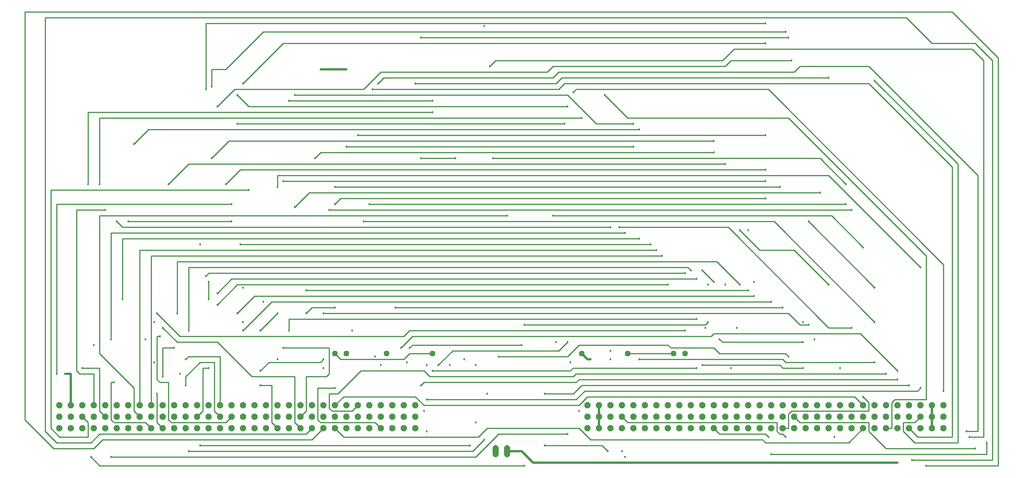
<source format=gbr>
G04 EAGLE Gerber RS-274X export*
G75*
%MOMM*%
%FSLAX34Y34*%
%LPD*%
%INTop Copper*%
%IPPOS*%
%AMOC8*
5,1,8,0,0,1.08239X$1,22.5*%
G01*
%ADD10P,1.484606X8X292.500000*%
%ADD11P,1.319650X8X22.500000*%
%ADD12P,1.319650X8X202.500000*%
%ADD13C,1.371600*%
%ADD14C,0.254000*%
%ADD15C,0.457200*%
%ADD16C,0.508000*%


D10*
X965200Y139700D03*
X939800Y139700D03*
X914400Y139700D03*
X889000Y139700D03*
X863600Y139700D03*
X838200Y139700D03*
X812800Y139700D03*
X787400Y139700D03*
X762000Y139700D03*
X736600Y139700D03*
X711200Y139700D03*
X685800Y139700D03*
X660400Y139700D03*
X635000Y139700D03*
X609600Y139700D03*
X584200Y139700D03*
X965200Y88900D03*
X939800Y88900D03*
X914400Y88900D03*
X889000Y88900D03*
X863600Y88900D03*
X838200Y88900D03*
X812800Y88900D03*
X787400Y88900D03*
X762000Y88900D03*
X736600Y88900D03*
X711200Y88900D03*
X685800Y88900D03*
X660400Y88900D03*
X635000Y88900D03*
X609600Y88900D03*
X584200Y88900D03*
X965200Y114300D03*
X939800Y114300D03*
X914400Y114300D03*
X889000Y114300D03*
X863600Y114300D03*
X838200Y114300D03*
X812800Y114300D03*
X787400Y114300D03*
X762000Y114300D03*
X736600Y114300D03*
X711200Y114300D03*
X685800Y114300D03*
X660400Y114300D03*
X635000Y114300D03*
X609600Y114300D03*
X584200Y114300D03*
X558800Y139700D03*
X533400Y139700D03*
X508000Y139700D03*
X482600Y139700D03*
X457200Y139700D03*
X431800Y139700D03*
X406400Y139700D03*
X381000Y139700D03*
X355600Y139700D03*
X330200Y139700D03*
X304800Y139700D03*
X279400Y139700D03*
X254000Y139700D03*
X228600Y139700D03*
X203200Y139700D03*
X177800Y139700D03*
X558800Y88900D03*
X533400Y88900D03*
X508000Y88900D03*
X482600Y88900D03*
X457200Y88900D03*
X431800Y88900D03*
X406400Y88900D03*
X381000Y88900D03*
X355600Y88900D03*
X330200Y88900D03*
X304800Y88900D03*
X279400Y88900D03*
X254000Y88900D03*
X228600Y88900D03*
X203200Y88900D03*
X177800Y88900D03*
X558800Y114300D03*
X533400Y114300D03*
X508000Y114300D03*
X482600Y114300D03*
X457200Y114300D03*
X431800Y114300D03*
X406400Y114300D03*
X381000Y114300D03*
X355600Y114300D03*
X330200Y114300D03*
X304800Y114300D03*
X279400Y114300D03*
X254000Y114300D03*
X228600Y114300D03*
X203200Y114300D03*
X177800Y114300D03*
X2133600Y139700D03*
X2108200Y139700D03*
X2082800Y139700D03*
X2057400Y139700D03*
X2032000Y139700D03*
X2006600Y139700D03*
X1981200Y139700D03*
X1955800Y139700D03*
X1930400Y139700D03*
X1905000Y139700D03*
X1879600Y139700D03*
X1854200Y139700D03*
X1828800Y139700D03*
X1803400Y139700D03*
X1778000Y139700D03*
X1752600Y139700D03*
X2133600Y88900D03*
X2108200Y88900D03*
X2082800Y88900D03*
X2057400Y88900D03*
X2032000Y88900D03*
X2006600Y88900D03*
X1981200Y88900D03*
X1955800Y88900D03*
X1930400Y88900D03*
X1905000Y88900D03*
X1879600Y88900D03*
X1854200Y88900D03*
X1828800Y88900D03*
X1803400Y88900D03*
X1778000Y88900D03*
X1752600Y88900D03*
X2133600Y114300D03*
X2108200Y114300D03*
X2082800Y114300D03*
X2057400Y114300D03*
X2032000Y114300D03*
X2006600Y114300D03*
X1981200Y114300D03*
X1955800Y114300D03*
X1930400Y114300D03*
X1905000Y114300D03*
X1879600Y114300D03*
X1854200Y114300D03*
X1828800Y114300D03*
X1803400Y114300D03*
X1778000Y114300D03*
X1752600Y114300D03*
X1727200Y139700D03*
X1701800Y139700D03*
X1676400Y139700D03*
X1651000Y139700D03*
X1625600Y139700D03*
X1600200Y139700D03*
X1574800Y139700D03*
X1549400Y139700D03*
X1524000Y139700D03*
X1498600Y139700D03*
X1473200Y139700D03*
X1447800Y139700D03*
X1422400Y139700D03*
X1397000Y139700D03*
X1371600Y139700D03*
X1346200Y139700D03*
X1727200Y88900D03*
X1701800Y88900D03*
X1676400Y88900D03*
X1651000Y88900D03*
X1625600Y88900D03*
X1600200Y88900D03*
X1574800Y88900D03*
X1549400Y88900D03*
X1524000Y88900D03*
X1498600Y88900D03*
X1473200Y88900D03*
X1447800Y88900D03*
X1422400Y88900D03*
X1397000Y88900D03*
X1371600Y88900D03*
X1346200Y88900D03*
X1727200Y114300D03*
X1701800Y114300D03*
X1676400Y114300D03*
X1651000Y114300D03*
X1625600Y114300D03*
X1600200Y114300D03*
X1574800Y114300D03*
X1549400Y114300D03*
X1524000Y114300D03*
X1498600Y114300D03*
X1473200Y114300D03*
X1447800Y114300D03*
X1422400Y114300D03*
X1397000Y114300D03*
X1371600Y114300D03*
X1346200Y114300D03*
D11*
X787400Y254000D03*
X812800Y254000D03*
D12*
X1003300Y254000D03*
X901700Y254000D03*
D11*
X1536700Y254000D03*
X1562100Y254000D03*
D12*
X1435100Y254000D03*
X1333500Y254000D03*
D13*
X1168400Y44958D02*
X1168400Y31242D01*
X1143000Y31242D02*
X1143000Y44958D01*
D14*
X990600Y152400D02*
X1320800Y152400D01*
X1339850Y171450D01*
X2076450Y171450D01*
X2082800Y177800D01*
D15*
X990600Y152400D03*
X2082800Y177800D03*
D14*
X958850Y273050D02*
X952500Y266700D01*
X958850Y273050D02*
X1200150Y273050D01*
X1250950Y165100D02*
X1314450Y165100D01*
X1333500Y184150D01*
X2057400Y184150D01*
D15*
X889000Y228600D03*
X952500Y266700D03*
X1200150Y273050D03*
X1250950Y165100D03*
X2057400Y184150D03*
D14*
X984250Y190500D02*
X977900Y184150D01*
X984250Y190500D02*
X1320800Y190500D01*
X1327150Y196850D01*
X2032000Y196850D01*
D15*
X977900Y184150D03*
X2032000Y196850D03*
D14*
X838200Y139700D02*
X825500Y127000D01*
X781050Y127000D01*
X774700Y133350D01*
X774700Y165100D01*
X793750Y165100D01*
X844550Y215900D01*
X984250Y215900D01*
X996950Y203200D01*
X1314450Y203200D01*
X1320800Y209550D01*
X2006600Y209550D01*
D15*
X2006600Y209550D03*
D14*
X1778000Y241300D02*
X1460500Y241300D01*
X1778000Y241300D02*
X1784350Y234950D01*
X1981200Y234950D01*
D15*
X825500Y304800D03*
X1460500Y241300D03*
X1981200Y234950D03*
D14*
X806450Y158750D02*
X787400Y139700D01*
X806450Y158750D02*
X965200Y158750D01*
X984250Y139700D01*
X1327150Y139700D01*
X1346200Y158750D01*
X1936750Y158750D01*
X1955800Y139700D01*
X1657350Y533400D02*
X1416050Y533400D01*
X1657350Y533400D02*
X1879600Y311150D01*
X1930400Y311150D01*
D15*
X762000Y222250D03*
X1416050Y533400D03*
X1930400Y311150D03*
X1701800Y527050D03*
D14*
X1301750Y825500D02*
X698500Y825500D01*
X1301750Y825500D02*
X1365250Y762000D01*
X1447800Y762000D01*
X1682750Y527050D02*
X1727200Y482600D01*
X1803400Y482600D01*
X1879600Y406400D01*
D15*
X698500Y825500D03*
X1447800Y762000D03*
X1682750Y527050D03*
X1879600Y406400D03*
D14*
X1606550Y317500D02*
X1206500Y317500D01*
X1606550Y317500D02*
X1612900Y323850D01*
X1638300Y285750D02*
X1644650Y279400D01*
X1822450Y279400D01*
D15*
X1206500Y317500D03*
X1612900Y323850D03*
X1638300Y285750D03*
X1822450Y279400D03*
D14*
X685800Y304800D02*
X685800Y330200D01*
X1587500Y330200D01*
X1600200Y228600D02*
X1771650Y228600D01*
X1778000Y222250D01*
X1822450Y222250D01*
D15*
X685800Y304800D03*
X1587500Y330200D03*
X1600200Y228600D03*
X1822450Y222250D03*
D14*
X1790700Y342900D02*
X762000Y342900D01*
X1790700Y342900D02*
X1816100Y317500D01*
X1835150Y317500D01*
D15*
X628650Y368300D03*
X762000Y342900D03*
X1835150Y317500D03*
D14*
X641350Y234950D02*
X622300Y215900D01*
X641350Y234950D02*
X755650Y234950D01*
X762000Y241300D01*
X920750Y355600D02*
X1778000Y355600D01*
D15*
X622300Y215900D03*
X762000Y241300D03*
X920750Y355600D03*
X1778000Y355600D03*
D14*
X647700Y368300D02*
X584200Y304800D01*
X647700Y368300D02*
X1752600Y368300D01*
D15*
X584200Y304800D03*
X1752600Y368300D03*
D14*
X609600Y381000D02*
X571500Y342900D01*
X609600Y381000D02*
X1714500Y381000D01*
D15*
X571500Y342900D03*
X1714500Y381000D03*
D14*
X533400Y247650D02*
X533400Y139700D01*
X533400Y247650D02*
X463550Y247650D01*
X457200Y241300D01*
X723900Y393700D02*
X1701800Y393700D01*
D15*
X457200Y241300D03*
X660400Y241300D03*
X723900Y393700D03*
X1701800Y393700D03*
D14*
X571500Y406400D02*
X527050Y361950D01*
X571500Y406400D02*
X1524000Y406400D01*
D15*
X527050Y361950D03*
X1524000Y406400D03*
D14*
X558800Y419100D02*
X527050Y387350D01*
X558800Y419100D02*
X1587500Y419100D01*
D15*
X527050Y387350D03*
X1587500Y419100D03*
D14*
X508000Y431800D02*
X501650Y425450D01*
X508000Y431800D02*
X1562100Y431800D01*
D15*
X501650Y425450D03*
X1562100Y431800D03*
D14*
X463550Y444500D02*
X463550Y304800D01*
X463550Y444500D02*
X1568450Y444500D01*
X1574800Y438150D01*
D15*
X463550Y304800D03*
X1574800Y438150D03*
D14*
X438150Y457200D02*
X438150Y342900D01*
X438150Y457200D02*
X1631950Y457200D01*
X1682750Y406400D01*
D15*
X438150Y342900D03*
X1682750Y406400D03*
D14*
X381000Y469900D02*
X381000Y139700D01*
X381000Y469900D02*
X1511300Y469900D01*
D15*
X1511300Y469900D03*
D14*
X355600Y482600D02*
X355600Y139700D01*
X355600Y482600D02*
X1498600Y482600D01*
D15*
X1498600Y482600D03*
D14*
X558800Y546100D02*
X330200Y546100D01*
X577850Y495300D02*
X1485900Y495300D01*
D15*
X330200Y546100D03*
X558800Y546100D03*
X577850Y495300D03*
X1485900Y495300D03*
D14*
X317500Y508000D02*
X317500Y374650D01*
X317500Y508000D02*
X1460500Y508000D01*
D15*
X317500Y374650D03*
X1460500Y508000D03*
D14*
X292100Y520700D02*
X292100Y285750D01*
X292100Y520700D02*
X1428750Y520700D01*
D15*
X292100Y285750D03*
X1428750Y520700D03*
D14*
X254000Y209550D02*
X254000Y139700D01*
X254000Y209550D02*
X222250Y209550D01*
X215900Y215900D01*
X215900Y571500D01*
X279400Y571500D01*
X304800Y546100D02*
X317500Y533400D01*
X1397000Y533400D01*
D15*
X279400Y571500D03*
X304800Y546100D03*
X1397000Y533400D03*
D14*
X171450Y584200D02*
X171450Y209550D01*
X171450Y584200D02*
X558800Y584200D01*
X571500Y762000D02*
X1295400Y762000D01*
D15*
X171450Y209550D03*
X558800Y584200D03*
X571500Y762000D03*
X1295400Y762000D03*
X1308100Y234950D03*
D14*
X800100Y241300D02*
X787400Y254000D01*
X800100Y241300D02*
X939800Y241300D01*
X952500Y254000D01*
X1003300Y254000D01*
X1435100Y254000D02*
X1536700Y254000D01*
X1054100Y685800D02*
X977900Y685800D01*
X977900Y952500D02*
X1790700Y952500D01*
X1981200Y857250D02*
X2165350Y673100D01*
X2165350Y57150D01*
X2070100Y57150D01*
X2044700Y82550D01*
X2044700Y101600D01*
X2070100Y101600D01*
X2082800Y114300D01*
D15*
X984250Y127000D03*
X1054100Y685800D03*
X977900Y685800D03*
X977900Y952500D03*
X1790700Y952500D03*
X1981200Y857250D03*
D14*
X958850Y292100D02*
X933450Y266700D01*
X958850Y292100D02*
X1619250Y292100D01*
X1625600Y298450D01*
X1949450Y298450D01*
X2032000Y215900D01*
D15*
X933450Y266700D03*
X2032000Y215900D03*
D14*
X1739900Y736600D02*
X838200Y736600D01*
X1835150Y546100D02*
X1981200Y400050D01*
D15*
X838200Y736600D03*
X1739900Y736600D03*
X1835150Y546100D03*
X1981200Y400050D03*
D14*
X1758950Y546100D02*
X850900Y546100D01*
X1758950Y546100D02*
X1981200Y323850D01*
D15*
X850900Y546100D03*
X1981200Y323850D03*
D14*
X1860550Y685800D02*
X1136650Y685800D01*
X1860550Y685800D02*
X1917700Y628650D01*
D15*
X1136650Y685800D03*
X1917700Y628650D03*
D14*
X1930400Y571500D02*
X774700Y571500D01*
D15*
X774700Y571500D03*
X1930400Y571500D03*
D14*
X1917700Y584200D02*
X863600Y584200D01*
D15*
X863600Y584200D03*
X1917700Y584200D03*
D14*
X736600Y355600D02*
X723900Y342900D01*
X736600Y355600D02*
X787400Y355600D01*
X787400Y584200D02*
X800100Y596900D01*
X1739900Y596900D01*
D15*
X723900Y342900D03*
X787400Y355600D03*
X787400Y584200D03*
X1739900Y596900D03*
D14*
X723900Y127000D02*
X711200Y114300D01*
X723900Y127000D02*
X723900Y203200D01*
X768350Y203200D01*
X774700Y209550D01*
X774700Y266700D01*
X673100Y266700D01*
X698500Y577850D02*
X730250Y609600D01*
X1860550Y609600D01*
D15*
X673100Y266700D03*
X698500Y577850D03*
X1860550Y609600D03*
D14*
X1771650Y622300D02*
X787400Y622300D01*
D15*
X787400Y622300D03*
X1771650Y622300D03*
D14*
X1739900Y635000D02*
X673100Y635000D01*
D15*
X673100Y635000D03*
X1739900Y635000D03*
D14*
X660400Y342900D02*
X622300Y304800D01*
X660400Y622300D02*
X660400Y647700D01*
X1879600Y647700D01*
X2082800Y444500D01*
X2006600Y44450D02*
X2203450Y44450D01*
X2006600Y44450D02*
X1968500Y82550D01*
X1968500Y101600D01*
X1816100Y101600D01*
X1803400Y114300D01*
D15*
X622300Y304800D03*
X660400Y342900D03*
X660400Y622300D03*
X2082800Y444500D03*
X2203450Y44450D03*
X1397000Y260350D03*
D14*
X577850Y660400D02*
X546100Y628650D01*
X577850Y660400D02*
X1739900Y660400D01*
D15*
X546100Y628650D03*
X1739900Y660400D03*
X1822450Y323850D03*
D14*
X558800Y114300D02*
X546100Y101600D01*
X425450Y101600D01*
X419100Y107950D01*
X419100Y190500D01*
X400050Y190500D01*
X393700Y196850D01*
X393700Y292100D01*
X400050Y292100D01*
X419100Y628650D02*
X463550Y673100D01*
X1651000Y673100D01*
D15*
X400050Y292100D03*
X419100Y628650D03*
X1651000Y673100D03*
X1651000Y406400D03*
D14*
X533400Y114300D02*
X520700Y127000D01*
X520700Y234950D01*
X488950Y234950D01*
X457200Y203200D01*
X457200Y184150D01*
X514350Y685800D02*
X552450Y723900D01*
X1625600Y723900D01*
D15*
X457200Y184150D03*
X488950Y495300D03*
X514350Y685800D03*
X1625600Y723900D03*
X1676400Y311150D03*
D14*
X755650Y698500D02*
X742950Y685800D01*
X755650Y698500D02*
X1625600Y698500D01*
D15*
X742950Y685800D03*
X1625600Y698500D03*
X1663700Y222250D03*
D14*
X495300Y127000D02*
X482600Y114300D01*
X495300Y127000D02*
X495300Y222250D01*
X508000Y222250D01*
X812800Y711200D02*
X1447800Y711200D01*
X1600200Y438150D02*
X1625600Y412750D01*
D15*
X508000Y222250D03*
X812800Y711200D03*
X1447800Y711200D03*
X1600200Y438150D03*
X1625600Y412750D03*
D14*
X1047750Y260350D02*
X1016000Y228600D01*
X1047750Y260350D02*
X1282700Y260350D01*
X1301750Y279400D01*
D15*
X444500Y209550D03*
X1016000Y228600D03*
X1301750Y279400D03*
X387350Y323850D03*
X1606550Y311150D03*
X368300Y285750D03*
D14*
X342900Y717550D02*
X374650Y749300D01*
X1460500Y749300D01*
D15*
X342900Y717550D03*
X1460500Y749300D03*
X1612900Y406400D03*
D14*
X355600Y114300D02*
X342900Y127000D01*
X342900Y177800D01*
X266700Y254000D01*
X266700Y558800D01*
X1168400Y558800D01*
D15*
X1168400Y558800D03*
D14*
X266700Y628650D02*
X266700Y774700D01*
X1333500Y774700D01*
D15*
X266700Y628650D03*
X1333500Y774700D03*
X1397000Y241300D03*
D14*
X241300Y628650D02*
X241300Y787400D01*
X1003300Y787400D01*
D15*
X241300Y628650D03*
X1003300Y787400D03*
X1073150Y241300D03*
D14*
X279400Y114300D02*
X266700Y127000D01*
X266700Y222250D01*
X228600Y222250D01*
X596900Y800100D02*
X571500Y825500D01*
X596900Y800100D02*
X1301750Y800100D01*
D15*
X228600Y222250D03*
X571500Y825500D03*
X1301750Y800100D03*
X1327150Y127000D03*
D14*
X1778000Y76200D02*
X1784350Y69850D01*
X1778000Y76200D02*
X1771650Y76200D01*
X1765300Y82550D01*
X1765300Y101600D01*
X1435100Y101600D01*
X1422400Y114300D01*
D15*
X1784350Y69850D03*
D14*
X241300Y101600D02*
X228600Y114300D01*
X241300Y101600D02*
X241300Y69850D01*
X177800Y69850D01*
X158750Y88900D01*
X158750Y615950D01*
X596900Y615950D01*
X685800Y812800D02*
X1003300Y812800D01*
D15*
X596900Y615950D03*
X685800Y812800D03*
X1003300Y812800D03*
X1098550Y101600D03*
D14*
X1314450Y831850D02*
X1320800Y838200D01*
X1746250Y838200D01*
X2133600Y450850D01*
X2133600Y171450D01*
D15*
X990600Y82550D03*
X1314450Y831850D03*
X2133600Y171450D03*
D14*
X889000Y88900D02*
X876300Y101600D01*
X755650Y101600D01*
X749300Y107950D01*
X749300Y177800D01*
X787400Y177800D01*
X869950Y838200D02*
X1282700Y838200D01*
X1295400Y850900D01*
X1968500Y850900D01*
X2152650Y666750D01*
X2152650Y69850D01*
X2076450Y69850D01*
X2057400Y88900D01*
D15*
X787400Y177800D03*
X869950Y838200D03*
D14*
X965200Y850900D02*
X1276350Y850900D01*
X1289050Y863600D01*
X1879600Y863600D01*
D15*
X1041400Y228600D03*
X965200Y850900D03*
X1879600Y863600D03*
D14*
X1435100Y774700D02*
X1384300Y825500D01*
X1435100Y774700D02*
X1790700Y774700D01*
X2095500Y469900D01*
X2095500Y152400D01*
X2025650Y152400D01*
X2019300Y146050D01*
X2019300Y88900D01*
X2006600Y88900D01*
D15*
X990600Y228600D03*
X1384300Y825500D03*
D14*
X895350Y863600D02*
X882650Y850900D01*
X895350Y863600D02*
X1270000Y863600D01*
X1282700Y876300D01*
X1803400Y876300D01*
X1816100Y889000D01*
X1968500Y889000D01*
X2209800Y647700D01*
X2209800Y82550D01*
X2184400Y82550D01*
D15*
X876300Y247650D03*
X882650Y850900D03*
X2184400Y82550D03*
D14*
X806450Y69850D02*
X787400Y88900D01*
X806450Y69850D02*
X1104900Y69850D01*
X1123950Y88900D01*
X1327150Y88900D01*
X1352550Y63500D01*
X1733550Y63500D01*
X1739900Y57150D01*
X1924050Y57150D01*
X1955800Y88900D01*
X762000Y88900D02*
X736600Y63500D01*
X273050Y63500D01*
X254000Y44450D01*
X165100Y44450D01*
X101600Y107950D01*
X101600Y1009650D01*
X2152650Y1009650D01*
X2254250Y908050D01*
X2254250Y6350D01*
X2095500Y6350D01*
D15*
X2095500Y6350D03*
D14*
X736600Y88900D02*
X723900Y76200D01*
X266700Y76200D01*
X247650Y57150D01*
X171450Y57150D01*
X146050Y82550D01*
X146050Y996950D01*
X2051050Y996950D01*
X2108200Y939800D01*
X2203450Y939800D01*
X2241550Y901700D01*
X2241550Y19050D01*
X2063750Y19050D01*
D15*
X2063750Y19050D03*
D14*
X711200Y88900D02*
X698500Y101600D01*
X698500Y203200D01*
X603250Y203200D01*
X527050Y279400D01*
X438150Y279400D01*
X406400Y311150D01*
X501650Y838200D02*
X501650Y984250D01*
X1739900Y984250D01*
D15*
X406400Y311150D03*
X501650Y838200D03*
X1739900Y984250D03*
X1905000Y222250D03*
D14*
X508000Y374650D02*
X508000Y412750D01*
X527050Y800100D02*
X565150Y838200D01*
X850900Y838200D01*
X889000Y876300D01*
X1257300Y876300D01*
X1270000Y889000D01*
X1651000Y889000D01*
X1663700Y901700D01*
X1797050Y901700D01*
D15*
X508000Y374650D03*
X508000Y412750D03*
X527050Y800100D03*
X1797050Y901700D03*
D14*
X660400Y88900D02*
X647700Y101600D01*
X647700Y184150D01*
X622300Y184150D01*
X1130300Y889000D02*
X1143000Y901700D01*
X1644650Y901700D01*
X1670050Y927100D01*
X2197100Y927100D01*
X2222500Y901700D01*
X2222500Y69850D01*
X2190750Y69850D01*
D15*
X622300Y184150D03*
X1130300Y889000D03*
X2190750Y69850D03*
X1892300Y69850D03*
D14*
X1301750Y247650D02*
X1149350Y247650D01*
X1301750Y247650D02*
X1327150Y273050D01*
X1524000Y273050D01*
X1530350Y266700D01*
X1625600Y266700D01*
X1638300Y254000D01*
X1784350Y254000D01*
X1790700Y247650D01*
D15*
X1149350Y247650D03*
X1790700Y247650D03*
D14*
X1885950Y558800D02*
X1270000Y558800D01*
X1885950Y558800D02*
X1955800Y488950D01*
X1955800Y158750D02*
X1968500Y146050D01*
X1968500Y127000D01*
X1797050Y127000D01*
X1790700Y120650D01*
X1790700Y88900D01*
X1778000Y88900D01*
D15*
X1098550Y228600D03*
X1270000Y558800D03*
X1955800Y488950D03*
X1955800Y158750D03*
X1117600Y977900D03*
X1714500Y412750D03*
D14*
X673100Y939800D02*
X584200Y850900D01*
X673100Y939800D02*
X1739900Y939800D01*
D15*
X584200Y323850D03*
X584200Y850900D03*
X1739900Y939800D03*
X1847850Y285750D03*
X584200Y400050D03*
D14*
X444500Y292100D02*
X393700Y342900D01*
X444500Y292100D02*
X939800Y292100D01*
X952500Y304800D01*
X1562100Y304800D01*
D15*
X254000Y273050D03*
X393700Y342900D03*
X1562100Y304800D03*
X1123950Y165100D03*
X1276350Y279400D03*
D14*
X406400Y266700D02*
X406400Y203200D01*
X406400Y266700D02*
X431800Y266700D01*
X514350Y844550D02*
X514350Y882650D01*
X546100Y882650D01*
X628650Y965200D01*
X1784350Y965200D01*
X2228850Y57150D02*
X2228850Y31750D01*
X1752600Y31750D01*
X1746250Y69850D02*
X1739900Y76200D01*
X1638300Y76200D01*
X1625600Y88900D01*
D15*
X406400Y203200D03*
X431800Y266700D03*
X514350Y844550D03*
X1784350Y965200D03*
X2228850Y57150D03*
X1752600Y31750D03*
X1746250Y69850D03*
D14*
X1085850Y50800D02*
X488950Y50800D01*
D15*
X488950Y50800D03*
X1085850Y50800D03*
D14*
X406400Y88900D02*
X393700Y101600D01*
X393700Y165100D01*
X1003300Y215900D02*
X1308100Y215900D01*
X1314450Y222250D01*
X1587500Y222250D01*
D15*
X393700Y165100D03*
X387350Y234950D03*
X1003300Y215900D03*
X1587500Y222250D03*
D14*
X381000Y88900D02*
X368300Y101600D01*
X298450Y101600D01*
X292100Y107950D01*
X292100Y190500D01*
X298450Y190500D01*
D15*
X298450Y190500D03*
X1428750Y25400D03*
D14*
X1092200Y38100D02*
X463550Y38100D01*
X1092200Y38100D02*
X1117600Y63500D01*
D15*
X463550Y38100D03*
X1117600Y63500D03*
X1422400Y38100D03*
D14*
X1098550Y25400D02*
X292100Y25400D01*
X1098550Y25400D02*
X1149350Y76200D01*
X1301750Y76200D01*
D15*
X292100Y25400D03*
X1301750Y76200D03*
D14*
X266700Y6350D02*
X247650Y25400D01*
X266700Y6350D02*
X1206500Y6350D01*
X1250950Y50800D02*
X1377950Y50800D01*
X1390650Y38100D01*
D15*
X247650Y25400D03*
X1206500Y6350D03*
X1250950Y50800D03*
X1390650Y38100D03*
D16*
X203200Y139700D02*
X203200Y209550D01*
X190500Y209550D01*
X755650Y882650D02*
X812800Y882650D01*
D15*
X946150Y234950D03*
X190500Y209550D03*
X755650Y882650D03*
X812800Y882650D03*
D16*
X1333500Y254000D02*
X1346200Y241300D01*
X1352550Y241300D01*
X1371600Y139700D02*
X1371600Y114300D01*
X2108200Y114300D02*
X2108200Y88900D01*
X2108200Y114300D02*
X2108200Y139700D01*
X2032000Y12700D02*
X1225550Y12700D01*
X1200150Y38100D01*
X1168400Y38100D01*
X1371600Y88900D02*
X1371600Y114300D01*
D15*
X1352550Y241300D03*
X2032000Y12700D03*
M02*

</source>
